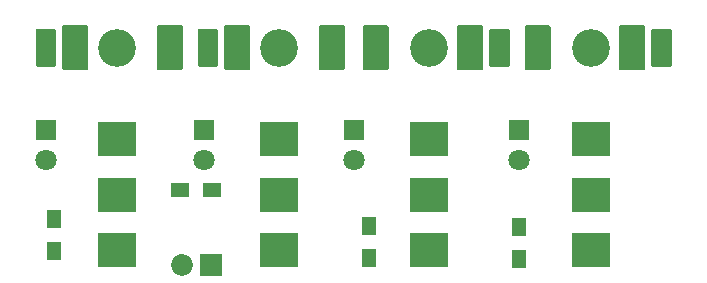
<source format=gbr>
%TF.GenerationSoftware,KiCad,Pcbnew,(5.1.9)-1*%
%TF.CreationDate,2021-03-02T23:28:56+00:00*%
%TF.ProjectId,Four Power Outlet,466f7572-2050-46f7-9765-72204f75746c,rev?*%
%TF.SameCoordinates,Original*%
%TF.FileFunction,Soldermask,Top*%
%TF.FilePolarity,Negative*%
%FSLAX46Y46*%
G04 Gerber Fmt 4.6, Leading zero omitted, Abs format (unit mm)*
G04 Created by KiCad (PCBNEW (5.1.9)-1) date 2021-03-02 23:28:56*
%MOMM*%
%LPD*%
G01*
G04 APERTURE LIST*
%ADD10R,1.850000X1.850000*%
%ADD11C,1.850000*%
%ADD12R,3.300000X3.000000*%
%ADD13R,1.300000X1.500000*%
%ADD14R,1.500000X1.300000*%
%ADD15C,3.203200*%
%ADD16R,1.800000X1.800000*%
%ADD17C,1.800000*%
G04 APERTURE END LIST*
D10*
%TO.C,J1*%
X92075000Y-125730000D03*
D11*
X89575000Y-125730000D03*
%TD*%
D12*
%TO.C,SW4*%
X84075000Y-115060000D03*
X84075000Y-119760000D03*
X84075000Y-124460000D03*
%TD*%
D13*
%TO.C,R1*%
X118110000Y-125175000D03*
X118110000Y-122475000D03*
%TD*%
D12*
%TO.C,SW3*%
X97790000Y-115060000D03*
X97790000Y-119760000D03*
X97790000Y-124460000D03*
%TD*%
%TO.C,SW2*%
X110500000Y-115060000D03*
X110500000Y-119760000D03*
X110500000Y-124460000D03*
%TD*%
%TO.C,SW1*%
X124200000Y-115060000D03*
X124200000Y-119760000D03*
X124200000Y-124460000D03*
%TD*%
D13*
%TO.C,R4*%
X78740000Y-124540000D03*
X78740000Y-121840000D03*
%TD*%
D14*
%TO.C,R3*%
X89455000Y-119380000D03*
X92155000Y-119380000D03*
%TD*%
D13*
%TO.C,R2*%
X105410000Y-125095000D03*
X105410000Y-122395000D03*
%TD*%
D15*
%TO.C,J5*%
X84074000Y-107315000D03*
G36*
G01*
X77324000Y-105713400D02*
X78824000Y-105713400D01*
G75*
G02*
X78925600Y-105815000I0J-101600D01*
G01*
X78925600Y-108815000D01*
G75*
G02*
X78824000Y-108916600I-101600J0D01*
G01*
X77324000Y-108916600D01*
G75*
G02*
X77222400Y-108815000I0J101600D01*
G01*
X77222400Y-105815000D01*
G75*
G02*
X77324000Y-105713400I101600J0D01*
G01*
G37*
G36*
G01*
X79574000Y-105413400D02*
X81574000Y-105413400D01*
G75*
G02*
X81675600Y-105515000I0J-101600D01*
G01*
X81675600Y-109115000D01*
G75*
G02*
X81574000Y-109216600I-101600J0D01*
G01*
X79574000Y-109216600D01*
G75*
G02*
X79472400Y-109115000I0J101600D01*
G01*
X79472400Y-105515000D01*
G75*
G02*
X79574000Y-105413400I101600J0D01*
G01*
G37*
G36*
G01*
X87574000Y-105413400D02*
X89574000Y-105413400D01*
G75*
G02*
X89675600Y-105515000I0J-101600D01*
G01*
X89675600Y-109115000D01*
G75*
G02*
X89574000Y-109216600I-101600J0D01*
G01*
X87574000Y-109216600D01*
G75*
G02*
X87472400Y-109115000I0J101600D01*
G01*
X87472400Y-105515000D01*
G75*
G02*
X87574000Y-105413400I101600J0D01*
G01*
G37*
%TD*%
%TO.C,J4*%
X97790000Y-107315000D03*
G36*
G01*
X91040000Y-105713400D02*
X92540000Y-105713400D01*
G75*
G02*
X92641600Y-105815000I0J-101600D01*
G01*
X92641600Y-108815000D01*
G75*
G02*
X92540000Y-108916600I-101600J0D01*
G01*
X91040000Y-108916600D01*
G75*
G02*
X90938400Y-108815000I0J101600D01*
G01*
X90938400Y-105815000D01*
G75*
G02*
X91040000Y-105713400I101600J0D01*
G01*
G37*
G36*
G01*
X93290000Y-105413400D02*
X95290000Y-105413400D01*
G75*
G02*
X95391600Y-105515000I0J-101600D01*
G01*
X95391600Y-109115000D01*
G75*
G02*
X95290000Y-109216600I-101600J0D01*
G01*
X93290000Y-109216600D01*
G75*
G02*
X93188400Y-109115000I0J101600D01*
G01*
X93188400Y-105515000D01*
G75*
G02*
X93290000Y-105413400I101600J0D01*
G01*
G37*
G36*
G01*
X101290000Y-105413400D02*
X103290000Y-105413400D01*
G75*
G02*
X103391600Y-105515000I0J-101600D01*
G01*
X103391600Y-109115000D01*
G75*
G02*
X103290000Y-109216600I-101600J0D01*
G01*
X101290000Y-109216600D01*
G75*
G02*
X101188400Y-109115000I0J101600D01*
G01*
X101188400Y-105515000D01*
G75*
G02*
X101290000Y-105413400I101600J0D01*
G01*
G37*
%TD*%
%TO.C,J3*%
X110490000Y-107315000D03*
G36*
G01*
X117240000Y-108916600D02*
X115740000Y-108916600D01*
G75*
G02*
X115638400Y-108815000I0J101600D01*
G01*
X115638400Y-105815000D01*
G75*
G02*
X115740000Y-105713400I101600J0D01*
G01*
X117240000Y-105713400D01*
G75*
G02*
X117341600Y-105815000I0J-101600D01*
G01*
X117341600Y-108815000D01*
G75*
G02*
X117240000Y-108916600I-101600J0D01*
G01*
G37*
G36*
G01*
X114990000Y-109216600D02*
X112990000Y-109216600D01*
G75*
G02*
X112888400Y-109115000I0J101600D01*
G01*
X112888400Y-105515000D01*
G75*
G02*
X112990000Y-105413400I101600J0D01*
G01*
X114990000Y-105413400D01*
G75*
G02*
X115091600Y-105515000I0J-101600D01*
G01*
X115091600Y-109115000D01*
G75*
G02*
X114990000Y-109216600I-101600J0D01*
G01*
G37*
G36*
G01*
X106990000Y-109216600D02*
X104990000Y-109216600D01*
G75*
G02*
X104888400Y-109115000I0J101600D01*
G01*
X104888400Y-105515000D01*
G75*
G02*
X104990000Y-105413400I101600J0D01*
G01*
X106990000Y-105413400D01*
G75*
G02*
X107091600Y-105515000I0J-101600D01*
G01*
X107091600Y-109115000D01*
G75*
G02*
X106990000Y-109216600I-101600J0D01*
G01*
G37*
%TD*%
%TO.C,J2*%
X124206000Y-107315000D03*
G36*
G01*
X130956000Y-108916600D02*
X129456000Y-108916600D01*
G75*
G02*
X129354400Y-108815000I0J101600D01*
G01*
X129354400Y-105815000D01*
G75*
G02*
X129456000Y-105713400I101600J0D01*
G01*
X130956000Y-105713400D01*
G75*
G02*
X131057600Y-105815000I0J-101600D01*
G01*
X131057600Y-108815000D01*
G75*
G02*
X130956000Y-108916600I-101600J0D01*
G01*
G37*
G36*
G01*
X128706000Y-109216600D02*
X126706000Y-109216600D01*
G75*
G02*
X126604400Y-109115000I0J101600D01*
G01*
X126604400Y-105515000D01*
G75*
G02*
X126706000Y-105413400I101600J0D01*
G01*
X128706000Y-105413400D01*
G75*
G02*
X128807600Y-105515000I0J-101600D01*
G01*
X128807600Y-109115000D01*
G75*
G02*
X128706000Y-109216600I-101600J0D01*
G01*
G37*
G36*
G01*
X120706000Y-109216600D02*
X118706000Y-109216600D01*
G75*
G02*
X118604400Y-109115000I0J101600D01*
G01*
X118604400Y-105515000D01*
G75*
G02*
X118706000Y-105413400I101600J0D01*
G01*
X120706000Y-105413400D01*
G75*
G02*
X120807600Y-105515000I0J-101600D01*
G01*
X120807600Y-109115000D01*
G75*
G02*
X120706000Y-109216600I-101600J0D01*
G01*
G37*
%TD*%
D16*
%TO.C,D4*%
X78105000Y-114300000D03*
D17*
X78105000Y-116840000D03*
%TD*%
D16*
%TO.C,D3*%
X91440000Y-114300000D03*
D17*
X91440000Y-116840000D03*
%TD*%
D16*
%TO.C,D2*%
X104140000Y-114300000D03*
D17*
X104140000Y-116840000D03*
%TD*%
D16*
%TO.C,D1*%
X118110000Y-114300000D03*
D17*
X118110000Y-116840000D03*
%TD*%
M02*

</source>
